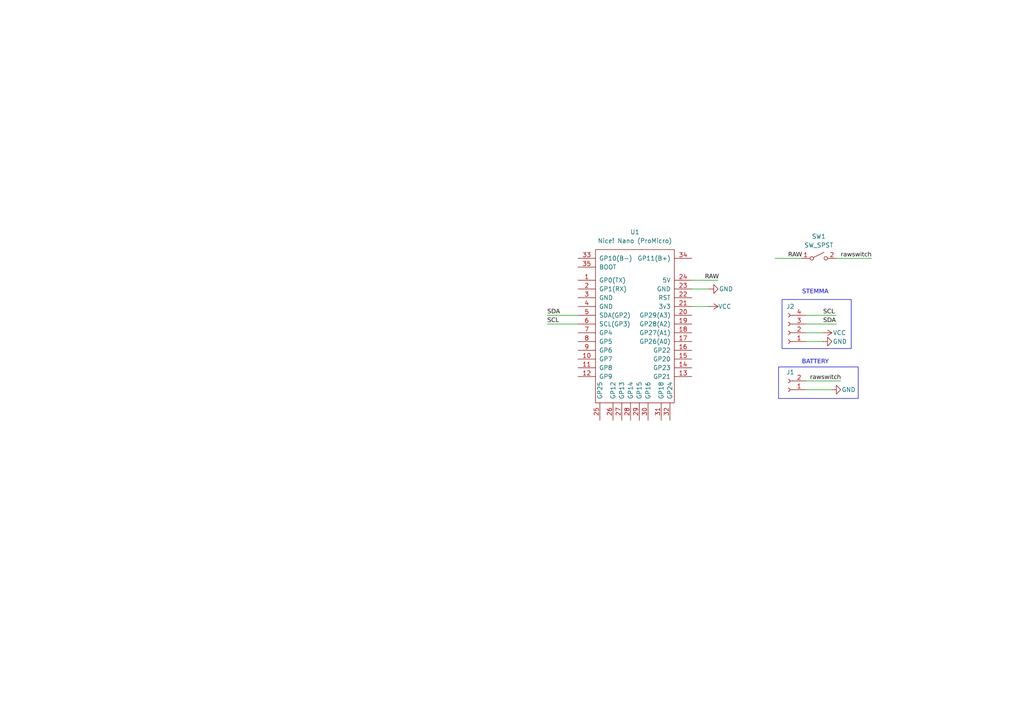
<source format=kicad_sch>
(kicad_sch (version 20250114) (generator "eeschema") (generator_version "9.0")
  (paper "A4")
  (lib_symbols
    (symbol "Connector:Conn_01x02_Socket" (pin_names (offset 1.016) (hide yes))
      (property "Reference" "J" (at 0 2.54 0))
      (property "Value" "Conn_01x02_Socket" (at 0 -5.08 0))
      (symbol "Conn_01x02_Socket_1_1"
        (polyline (pts (xy -1.27 0) (xy -0.508 0)) (stroke (width 0.1524)))
        (polyline (pts (xy -1.27 -2.54) (xy -0.508 -2.54)) (stroke (width 0.1524)))
        (arc (start 0 -0.508) (mid -0.5058 0) (end 0 0.508) (stroke (width 0.1524)))
        (arc (start 0 -3.048) (mid -0.5058 -2.54) (end 0 -2.032) (stroke (width 0.1524)))
        (pin passive line (at -5.08 0 0) (length 3.81) (name "Pin_1") (number "1"))
        (pin passive line (at -5.08 -2.54 0) (length 3.81) (name "Pin_2") (number "2"))
      )
    )
    (symbol "Connector:Conn_01x04_Socket" (pin_names (offset 1.016) (hide yes))
      (property "Reference" "J" (at 0 5.08 0))
      (property "Value" "Conn_01x04_Socket" (at 0 -7.62 0))
      (symbol "Conn_01x04_Socket_1_1"
        (polyline (pts (xy -1.27 2.54) (xy -0.508 2.54)) (stroke (width 0.1524)))
        (polyline (pts (xy -1.27 0) (xy -0.508 0)) (stroke (width 0.1524)))
        (polyline (pts (xy -1.27 -2.54) (xy -0.508 -2.54)) (stroke (width 0.1524)))
        (polyline (pts (xy -1.27 -5.08) (xy -0.508 -5.08)) (stroke (width 0.1524)))
        (arc (start 0 2.032) (mid -0.5058 2.54) (end 0 3.048) (stroke (width 0.1524)))
        (arc (start 0 -0.508) (mid -0.5058 0) (end 0 0.508) (stroke (width 0.1524)))
        (arc (start 0 -3.048) (mid -0.5058 -2.54) (end 0 -2.032) (stroke (width 0.1524)))
        (arc (start 0 -5.588) (mid -0.5058 -5.08) (end 0 -4.572) (stroke (width 0.1524)))
        (pin passive line (at -5.08 2.54 0) (length 3.81) (name "Pin_1") (number "1"))
        (pin passive line (at -5.08 0 0) (length 3.81) (name "Pin_2") (number "2"))
        (pin passive line (at -5.08 -2.54 0) (length 3.81) (name "Pin_3") (number "3"))
        (pin passive line (at -5.08 -5.08 0) (length 3.81) (name "Pin_4") (number "4"))
      )
    )
    (symbol "TheOneProMicro:ProMicro_2-Lily58-cache" (pin_names (offset 1.016))
      (property "Reference" "U1" (at 0 27.2034 0))
      (property "Value" "ProMicro" (at 0 24.892 0))
      (symbol "ProMicro_2-Lily58-cache_0_1"
        (rectangle (start -11.43 22.86) (end 11.43 -21.59))
      )
      (symbol "ProMicro_2-Lily58-cache_1_1"
        (pin input line (at -16.51 20.32 0) (length 5.08) (name "GP10(B-)") (number "33"))
        (pin input line (at -16.51 17.78 0) (length 5.08) (name "BOOT") (number "35"))
        (pin input line (at -16.51 13.97 0) (length 5.08) (name "GP0(TX)") (number "1"))
        (pin input line (at -16.51 11.43 0) (length 5.08) (name "GP1(RX)") (number "2"))
        (pin input line (at -16.51 8.89 0) (length 5.08) (name "GND") (number "3"))
        (pin input line (at -16.51 6.35 0) (length 5.08) (name "GND") (number "4"))
        (pin input line (at -16.51 3.81 0) (length 5.08) (name "SDA(GP2)") (number "5"))
        (pin input line (at -16.51 1.27 0) (length 5.08) (name "SCL(GP3)") (number "6"))
        (pin input line (at -16.51 -1.27 0) (length 5.08) (name "GP4") (number "7"))
        (pin input line (at -16.51 -3.81 0) (length 5.08) (name "GP5") (number "8"))
        (pin input line (at -16.51 -6.35 0) (length 5.08) (name "GP6") (number "9"))
        (pin input line (at -16.51 -8.89 0) (length 5.08) (name "GP7") (number "10"))
        (pin input line (at -16.51 -11.43 0) (length 5.08) (name "GP8") (number "11"))
        (pin input line (at -16.51 -13.97 0) (length 5.08) (name "GP9") (number "12"))
        (pin input line (at -10.16 -26.67 90) (length 5.08) (name "GP25") (number "25"))
        (pin input line (at -6.35 -26.67 90) (length 5.08) (name "GP12") (number "26"))
        (pin input line (at -3.81 -26.67 90) (length 5.08) (name "GP13") (number "27"))
        (pin input line (at -1.27 -26.67 90) (length 5.08) (name "GP14") (number "28"))
        (pin input line (at 1.27 -26.67 90) (length 5.08) (name "GP15") (number "29"))
        (pin input line (at 3.81 -26.67 90) (length 5.08) (name "GP16") (number "30"))
        (pin input line (at 7.62 -26.67 90) (length 5.08) (name "GP18") (number "31"))
        (pin input line (at 10.16 -26.67 90) (length 5.08) (name "GP24") (number "32"))
        (pin input line (at 16.51 20.32 180) (length 5.08) (name "GP11(B+)") (number "34"))
        (pin input line (at 16.51 13.97 180) (length 5.08) (name "5V") (number "24"))
        (pin input line (at 16.51 11.43 180) (length 5.08) (name "GND") (number "23"))
        (pin input line (at 16.51 8.89 180) (length 5.08) (name "RST") (number "22"))
        (pin input line (at 16.51 6.35 180) (length 5.08) (name "3v3") (number "21"))
        (pin input line (at 16.51 3.81 180) (length 5.08) (name "GP29(A3)") (number "20"))
        (pin input line (at 16.51 1.27 180) (length 5.08) (name "GP28(A2)") (number "19"))
        (pin input line (at 16.51 -1.27 180) (length 5.08) (name "GP27(A1)") (number "18"))
        (pin input line (at 16.51 -3.81 180) (length 5.08) (name "GP26(A0)") (number "17"))
        (pin input line (at 16.51 -6.35 180) (length 5.08) (name "GP22") (number "16"))
        (pin input line (at 16.51 -8.89 180) (length 5.08) (name "GP20") (number "15"))
        (pin input line (at 16.51 -11.43 180) (length 5.08) (name "GP23") (number "14"))
        (pin input line (at 16.51 -13.97 180) (length 5.08) (name "GP21") (number "13"))
      )
    )
    (symbol "power:GND" (power) (pin_numbers (hide yes)) (pin_names (offset 0) (hide yes))
      (property "Value" "GND" (at 0 -3.81 0))
      (symbol "GND_0_1"
        (polyline (pts (xy 0 0) (xy 0 -1.27) (xy 1.27 -1.27) (xy 0 -2.54) (xy -1.27 -1.27) (xy 0 -1.27)))
      )
      (symbol "GND_1_1"
        (pin power_in line (at 0 0 270) (length 0) (name "~") (number "1"))
      )
    )
    (symbol "power:VCC" (power) (pin_numbers (hide yes)) (pin_names (offset 0) (hide yes))
      (property "Value" "VCC" (at 0 3.556 0))
      (symbol "VCC_0_1"
        (polyline (pts (xy -0.762 1.27) (xy 0 2.54)))
        (polyline (pts (xy 0 2.54) (xy 0.762 1.27)))
        (polyline (pts (xy 0 0) (xy 0 2.54)))
      )
      (symbol "VCC_1_1"
        (pin power_in line (at 0 0 90) (length 0) (name "~") (number "1"))
      )
    )
    (symbol "sw_spst_rt_ang_tactile:SW_SPST" (pin_names (offset 0) (hide yes))
      (property "Reference" "SW" (at 0 3.175 0))
      (property "Value" "SW_SPST" (at 0 -2.54 0))
      (symbol "SW_SPST_0_0"
        (circle (center -2.032 0) (radius 0.508))
        (polyline (pts (xy -1.524 0.254) (xy 1.524 1.778)))
        (circle (center 2.032 0) (radius 0.508))
      )
      (symbol "SW_SPST_1_1"
        (pin passive line (at -5.08 0 0) (length 2.54) (name "A") (number "1"))
        (pin passive line (at 5.08 0 180) (length 2.54) (name "B") (number "2"))
      )
    )
  )
  (rectangle (start 225.806 106.426) (end 248.92 115.57))
  (rectangle (start 226.822 86.868) (end 246.888 101.092))
  (text "BATTERY" (at 236.474 105.41 0) (effects (font (size 1.27 1.27))))
  (text "STEMMA" (at 236.474 85.09 0) (effects (font (size 1.27 1.27))))
  (wire (pts (xy 233.68 113.03) (xy 241.3 113.03)))
  (wire (pts (xy 233.68 93.98) (xy 242.57 93.98)))
  (wire (pts (xy 200.66 88.9) (xy 205.74 88.9)))
  (wire (pts (xy 200.66 83.82) (xy 205.74 83.82)))
  (wire (pts (xy 158.75 91.44) (xy 167.64 91.44)))
  (wire (pts (xy 233.68 91.44) (xy 242.57 91.44)))
  (wire (pts (xy 233.68 96.52) (xy 238.76 96.52)))
  (wire (pts (xy 242.57 74.93) (xy 252.73 74.93)))
  (wire (pts (xy 158.75 93.98) (xy 167.64 93.98)))
  (wire (pts (xy 200.66 81.28) (xy 208.28 81.28)))
  (wire (pts (xy 233.68 110.49) (xy 243.84 110.49)))
  (wire (pts (xy 224.79 74.93) (xy 232.41 74.93)))
  (wire (pts (xy 233.68 99.06) (xy 238.76 99.06)))
  (label "SDA" (at 238.76 93.98 0))
  (label "SDA" (at 158.75 91.44 0))
  (label "rawswitch" (at 243.84 74.93 0))
  (label "SCL" (at 238.76 91.44 0))
  (label "RAW" (at 228.6 74.93 0))
  (label "RAW" (at 204.47 81.28 0))
  (label "SCL" (at 158.75 93.98 0))
  (label "rawswitch" (at 234.95 110.49 0))
  (symbol (lib_id "TheOneProMicro:ProMicro_2-Lily58-cache") (at 184.15 95.25 0) (unit 1)
    (property "Reference" "U1" (at 184.15 67.31 0))
    (property "Value" "Nice! Nano (ProMicro)" (at 184.15 69.85 0))
    (property "Footprint" "footprints:nnv2-mod" (effects (hide yes)))
  )
  (symbol (lib_id "power:GND") (at 241.3 113.03 90) (unit 1)
    (property "Reference" "#PWR09" (effects (hide yes)))
    (property "Value" "GND" (at 246.126 113.03 90))
    (property "Description" "Power symbol creates a global label with name \"GND\" , ground" (effects (hide yes)))
  )
  (symbol (lib_id "Connector:Conn_01x02_Socket") (at 228.6 113.03 180) (unit 1)
    (property "Reference" "J1" (at 229.235 107.95 0))
    (property "Value" "Conn_01x02_Socket" (effects (hide yes)))
    (property "Footprint" "Connector_JST:JST_PH_S2B-PH-SM4-TB_1x02-1MP_P2.00mm_Horizontal" (effects (hide yes)))
    (property "Description" "Generic connector, single row, 01x02, script generated" (effects (hide yes)))
  )
  (symbol (lib_id "power:GND") (at 238.76 99.06 90) (unit 1)
    (property "Reference" "#PWR08" (effects (hide yes)))
    (property "Value" "GND" (at 243.586 99.06 90))
    (property "Description" "Power symbol creates a global label with name \"GND\" , ground" (effects (hide yes)))
  )
  (symbol (lib_id "power:VCC") (at 205.74 88.9 270) (unit 1)
    (property "Reference" "#PWR02" (effects (hide yes)))
    (property "Value" "VCC" (at 208.28 88.9 90) (effects (justify left)))
    (property "Description" "Power symbol creates a global label with name \"VCC\"" (effects (hide yes)))
  )
  (symbol (lib_id "sw_spst_rt_ang_tactile:SW_SPST") (at 237.49 74.93 0) (unit 1)
    (property "Reference" "SW1" (at 237.49 68.58 0))
    (property "Value" "SW_SPST" (at 237.49 71.12 0))
    (property "Footprint" "footprints:slide-switch-smd" (effects (hide yes)))
    (property "Description" "Single Pole Single Throw (SPST) switch" (effects (hide yes)))
  )
  (symbol (lib_id "power:GND") (at 205.74 83.82 90) (unit 1)
    (property "Reference" "#PWR01" (effects (hide yes)))
    (property "Value" "GND" (at 210.566 83.82 90))
    (property "Description" "Power symbol creates a global label with name \"GND\" , ground" (effects (hide yes)))
  )
  (symbol (lib_id "power:VCC") (at 238.76 96.52 270) (unit 1)
    (property "Reference" "#PWR07" (effects (hide yes)))
    (property "Value" "VCC" (at 241.554 96.52 90) (effects (justify left)))
    (property "Description" "Power symbol creates a global label with name \"VCC\"" (effects (hide yes)))
  )
  (symbol (lib_id "Connector:Conn_01x04_Socket") (at 228.6 96.52 180) (unit 1)
    (property "Reference" "J2" (at 229.235 88.9 0))
    (property "Value" "Conn_01x04_Socket" (effects (hide yes)))
    (property "Footprint" "Connector_JST:JST_SH_SM04B-SRSS-TB_1x04-1MP_P1.00mm_Horizontal" (effects (hide yes)))
    (property "Description" "Generic connector, single row, 01x04, script generated" (effects (hide yes)))
  )
)
</source>
